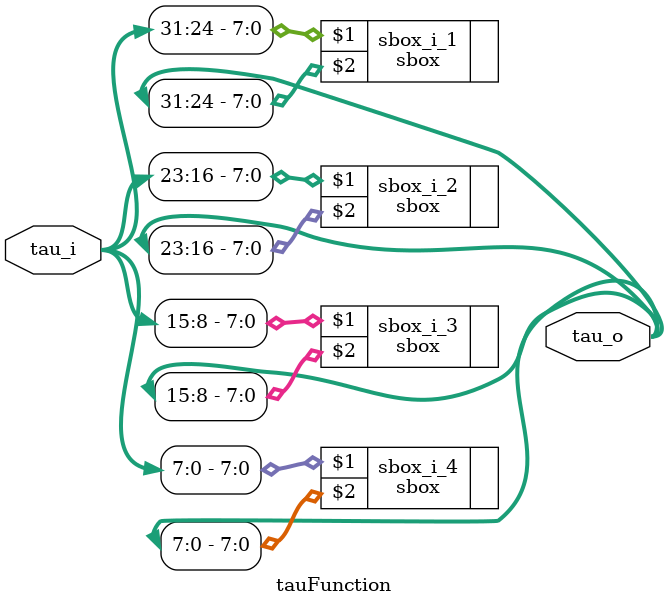
<source format=sv>
module tauFunction(input logic [31:0] tau_i,
                   output logic [31:0] tau_o);
                 
               
    sbox sbox_i_1(tau_i[31:24],tau_o[31:24]);
    sbox sbox_i_2(tau_i[23:16],tau_o[23:16]);
    sbox sbox_i_3(tau_i[15:8],tau_o[15:8]);
    sbox sbox_i_4(tau_i[7:0], tau_o[7:0]);
    
endmodule

</source>
